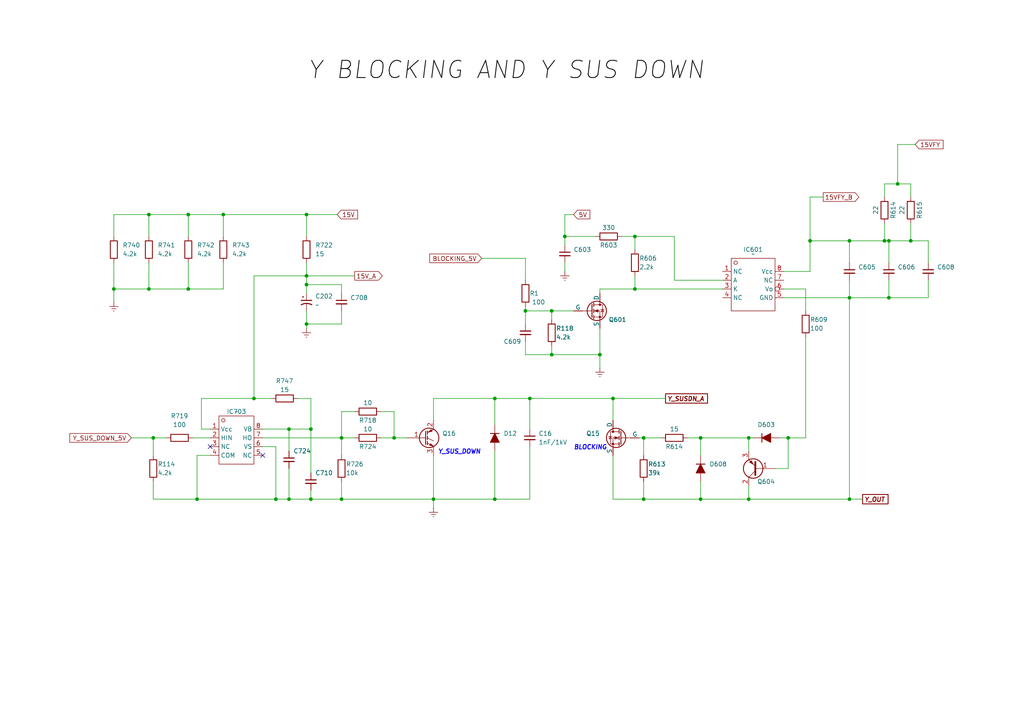
<source format=kicad_sch>
(kicad_sch (version 20231120) (generator "eeschema") (generator_version "8.0")
  (paper "A4")
  (title_block (title "Y BOARD LG PLASMA TV PANEL") (date "2025-03-24") (rev "1.0") (comment 1 "Author: Fábio Pereira da Silva") (comment 2 "Y_BLOCKING | Y_SUS_DOWN"))
  (lib_symbols
    (symbol "Device:C_Polarized_Small_US" (pin_numbers hide) (pin_names (offset 0.254) hide)
      (property "Reference" "C" (at 0.254 1.778 0))
      (property "Value" "C_Polarized_Small_US" (at 0.254 -2.032 0))
      (symbol "C_Polarized_Small_US_0_1"
        (polyline (pts (xy -1.524 0.508) (xy 1.524 0.508)) (stroke (width 0.3048)))
        (polyline (pts (xy -1.27 1.524) (xy -0.762 1.524)))
        (polyline (pts (xy -1.016 1.27) (xy -1.016 1.778)))
        (arc (start 1.524 -0.762) (mid 0 -0.3734) (end -1.524 -0.762) (stroke (width 0.3048)))
      )
      (symbol "C_Polarized_Small_US_1_1"
        (pin passive line (at 0 2.54 270) (length 2.032) (name "~") (number "1"))
        (pin passive line (at 0 -2.54 90) (length 2.032) (name "~") (number "2"))
      )
    )
    (symbol "Device:C_Small" (pin_numbers hide) (pin_names (offset 0.254) hide)
      (property "Reference" "C" (at 0.254 1.778 0))
      (property "Value" "C_Small" (at 0.254 -2.032 0))
      (symbol "C_Small_0_1"
        (polyline (pts (xy -1.524 -0.508) (xy 1.524 -0.508)) (stroke (width 0.3302)))
        (polyline (pts (xy -1.524 0.508) (xy 1.524 0.508)) (stroke (width 0.3048)))
      )
      (symbol "C_Small_1_1"
        (pin passive line (at 0 2.54 270) (length 2.032) (name "~") (number "1"))
        (pin passive line (at 0 -2.54 90) (length 2.032) (name "~") (number "2"))
      )
    )
    (symbol "Device:D_Filled" (pin_numbers hide) (pin_names (offset 1.016) hide)
      (property "Reference" "D" (at 0 2.54 0))
      (property "Value" "D_Filled" (at 0 -2.54 0))
      (symbol "D_Filled_0_1"
        (polyline (pts (xy -1.27 1.27) (xy -1.27 -1.27)) (stroke (width 0.254)))
        (polyline (pts (xy 1.27 0) (xy -1.27 0)))
        (polyline (pts (xy 1.27 1.27) (xy 1.27 -1.27) (xy -1.27 0) (xy 1.27 1.27)) (stroke (width 0.254)) (fill (type outline)))
      )
      (symbol "D_Filled_1_1"
        (pin passive line (at -3.81 0 0) (length 2.54) (name "K") (number "1"))
        (pin passive line (at 3.81 0 180) (length 2.54) (name "A") (number "2"))
      )
    )
    (symbol "Device:Q_NIGBT_GCE" (pin_names (offset 0) hide)
      (property "Reference" "Q" (at 5.08 1.27 0))
      (property "Value" "Q_NIGBT_GCE" (at 5.08 -1.27 0))
      (symbol "Q_NIGBT_GCE_0_1"
        (polyline (pts (xy 0.762 -1.016) (xy 0.762 -2.032)) (stroke (width 0.254)))
        (polyline (pts (xy 0.762 0.508) (xy 0.762 -0.508)) (stroke (width 0.254)))
        (polyline (pts (xy 0.762 2.032) (xy 0.762 1.016)) (stroke (width 0.254)))
        (polyline (pts (xy 2.54 -2.413) (xy 0.762 -1.524)))
        (polyline (pts (xy 2.54 -0.889) (xy 0.762 0)))
        (polyline (pts (xy 2.54 2.413) (xy 0.762 1.524)))
        (polyline (pts (xy 0.254 1.905) (xy 0.254 -1.905) (xy 0.254 -1.905)) (stroke (width 0.254)))
        (polyline (pts (xy 1.397 -2.159) (xy 1.651 -1.651) (xy 2.54 -2.413) (xy 1.397 -2.159)) (fill (type outline)))
        (polyline (pts (xy 2.159 1.905) (xy 1.905 2.413) (xy 1.016 1.651) (xy 2.159 1.905)) (fill (type outline)))
        (circle (center 1.27 0) (radius 2.8194) (stroke (width 0.254)))
      )
      (symbol "Q_NIGBT_GCE_1_1"
        (pin input line (at -5.08 0 0) (length 5.334) (name "G") (number "1"))
        (pin passive line (at 2.54 5.08 270) (length 2.54) (name "C") (number "2"))
        (pin passive line (at 2.54 -5.08 90) (length 2.54) (name "E") (number "3"))
      )
    )
    (symbol "Device:Q_PNP_BCE" (pin_names (offset 0) hide)
      (property "Reference" "Q" (at 5.08 1.27 0))
      (property "Value" "Q_PNP_BCE" (at 5.08 -1.27 0))
      (symbol "Q_PNP_BCE_0_1"
        (polyline (pts (xy 0.635 0.635) (xy 2.54 2.54)))
        (polyline (pts (xy 0.635 -0.635) (xy 2.54 -2.54) (xy 2.54 -2.54)))
        (polyline (pts (xy 0.635 1.905) (xy 0.635 -1.905) (xy 0.635 -1.905)) (stroke (width 0.508)))
        (polyline (pts (xy 2.286 -1.778) (xy 1.778 -2.286) (xy 1.27 -1.27) (xy 2.286 -1.778) (xy 2.286 -1.778)) (fill (type outline)))
        (circle (center 1.27 0) (radius 2.8194) (stroke (width 0.254)))
      )
      (symbol "Q_PNP_BCE_1_1"
        (pin input line (at -5.08 0 0) (length 5.715) (name "B") (number "1"))
        (pin passive line (at 2.54 5.08 270) (length 2.54) (name "C") (number "2"))
        (pin passive line (at 2.54 -5.08 90) (length 2.54) (name "E") (number "3"))
      )
    )
    (symbol "Device:R" (pin_numbers hide) (pin_names (offset 0))
      (property "Reference" "R" (at 2.032 0 90))
      (property "Value" "R" (at 0 0 90))
      (symbol "R_0_1"
        (rectangle (start -1.016 -2.54) (end 1.016 2.54) (stroke (width 0.254)))
      )
      (symbol "R_1_1"
        (pin passive line (at 0 3.81 270) (length 1.27) (name "~") (number "1"))
        (pin passive line (at 0 -3.81 90) (length 1.27) (name "~") (number "2"))
      )
    )
    (symbol "Simulation_SPICE:NMOS" (pin_numbers hide) (pin_names (offset 0))
      (property "Reference" "Q" (at 5.08 1.27 0))
      (property "Value" "NMOS" (at 5.08 -1.27 0))
      (symbol "NMOS_0_1"
        (polyline (pts (xy 0.254 0) (xy -2.54 0)))
        (polyline (pts (xy 0.254 1.905) (xy 0.254 -1.905)) (stroke (width 0.254)))
        (polyline (pts (xy 0.762 -1.27) (xy 0.762 -2.286)) (stroke (width 0.254)))
        (polyline (pts (xy 0.762 0.508) (xy 0.762 -0.508)) (stroke (width 0.254)))
        (polyline (pts (xy 0.762 2.286) (xy 0.762 1.27)) (stroke (width 0.254)))
        (polyline (pts (xy 2.54 2.54) (xy 2.54 1.778)))
        (polyline (pts (xy 2.54 -2.54) (xy 2.54 0) (xy 0.762 0)))
        (polyline (pts (xy 0.762 -1.778) (xy 3.302 -1.778) (xy 3.302 1.778) (xy 0.762 1.778)))
        (polyline (pts (xy 1.016 0) (xy 2.032 0.381) (xy 2.032 -0.381) (xy 1.016 0)) (fill (type outline)))
        (polyline (pts (xy 2.794 0.508) (xy 2.921 0.381) (xy 3.683 0.381) (xy 3.81 0.254)))
        (polyline (pts (xy 3.302 0.381) (xy 2.921 -0.254) (xy 3.683 -0.254) (xy 3.302 0.381)))
        (circle (center 1.651 0) (radius 2.794) (stroke (width 0.254)))
        (circle (center 2.54 -1.778) (radius 0.254) (fill (type outline)))
        (circle (center 2.54 1.778) (radius 0.254) (fill (type outline)))
      )
      (symbol "NMOS_1_1"
        (pin passive line (at 2.54 5.08 270) (length 2.54) (name "D") (number "1"))
        (pin input line (at -5.08 0 0) (length 2.54) (name "G") (number "2"))
        (pin passive line (at 2.54 -5.08 90) (length 2.54) (name "S") (number "3"))
      )
    )
    (symbol "irf_s21850:3411918"
      (property "Reference" "U" (at 0 1.016 0))
      (symbol "3411918_0_1"
        (rectangle (start -6.35 0) (end 6.35 -15.24))
        (circle (center -5.08 -1.27) (radius 0.5))
      )
      (symbol "3411918_1_1"
        (pin free line (at -8.89 -3.81 0) (length 2.54) (name "NC") (number "1"))
        (pin passive line (at -8.89 -6.35 0) (length 2.54) (name "A") (number "2"))
        (pin passive line (at -8.89 -8.89 0) (length 2.54) (name "K") (number "3"))
        (pin free line (at -8.89 -11.43 0) (length 2.54) (name "NC") (number "4"))
        (pin power_in line (at 8.89 -11.43 180) (length 2.54) (name "GND") (number "5"))
        (pin passive inverted (at 8.89 -8.89 180) (length 2.54) (name "Vo") (number "6"))
        (pin free line (at 8.89 -6.35 180) (length 2.54) (name "NC") (number "7"))
        (pin power_in line (at 8.89 -3.81 180) (length 2.54) (name "Vcc") (number "8"))
      )
    )
    (symbol "irf_s21850:S21850"
      (property "Reference" "U" (at 0 0.762 0))
      (symbol "S21850_0_1"
        (rectangle (start -5.08 0) (end 5.08 -13.97))
        (circle (center -3.81 -1.27) (radius 0.5))
      )
      (symbol "S21850_1_1"
        (pin power_in line (at -7.62 -3.81 0) (length 2.54) (name "Vcc") (number "1"))
        (pin input line (at -7.62 -6.35 0) (length 2.54) (name "HIN") (number "2"))
        (pin free line (at -7.62 -8.89 0) (length 2.54) (name "NC") (number "3"))
        (pin input line (at -7.62 -11.43 0) (length 2.54) (name "COM") (number "4"))
        (pin free line (at 7.62 -11.43 180) (length 2.54) (name "NC") (number "5"))
        (pin power_in line (at 7.62 -8.89 180) (length 2.54) (name "VS") (number "6"))
        (pin output line (at 7.62 -6.35 180) (length 2.54) (name "HO") (number "7"))
        (pin input line (at 7.62 -3.81 180) (length 2.54) (name "VB") (number "8"))
      )
    )
    (symbol "power:Earth" (power) (pin_numbers hide) (pin_names (offset 0) hide)
      (property "Value" "Earth" (at 0 -3.81 0))
      (symbol "Earth_0_1"
        (polyline (pts (xy -0.635 -1.905) (xy 0.635 -1.905)))
        (polyline (pts (xy -0.127 -2.54) (xy 0.127 -2.54)))
        (polyline (pts (xy 0 -1.27) (xy 0 0)))
        (polyline (pts (xy 1.27 -1.27) (xy -1.27 -1.27)))
      )
      (symbol "Earth_1_1"
        (pin power_in line (at 0 0 270) (length 0) (name "~") (number "1"))
      )
    )
  )
  (junction (at 90.17 144.78))
  (junction (at 163.83 68.58))
  (junction (at 143.51 144.78))
  (junction (at 257.81 86.36))
  (junction (at 125.73 144.78))
  (junction (at 203.2 127))
  (junction (at 228.6 127))
  (junction (at 186.69 127))
  (junction (at 44.45 127))
  (junction (at 217.17 127))
  (junction (at 83.82 124.46))
  (junction (at 153.67 115.57))
  (junction (at 57.15 144.78))
  (junction (at 88.9 62.23))
  (junction (at 160.02 102.87))
  (junction (at 90.17 124.46))
  (junction (at 64.77 62.23))
  (junction (at 43.18 83.82))
  (junction (at 43.18 62.23))
  (junction (at 99.06 144.78))
  (junction (at 160.02 90.17))
  (junction (at 257.81 69.85))
  (junction (at 143.51 115.57))
  (junction (at 234.95 69.85))
  (junction (at 152.4 90.17))
  (junction (at 246.38 144.78))
  (junction (at 256.54 69.85))
  (junction (at 80.01 144.78))
  (junction (at 264.16 69.85))
  (junction (at 184.15 83.82))
  (junction (at 88.9 93.98))
  (junction (at 99.06 127))
  (junction (at 54.61 62.23))
  (junction (at 246.38 86.36))
  (junction (at 217.17 144.78))
  (junction (at 260.35 53.34))
  (junction (at 114.3 127))
  (junction (at 184.15 68.58))
  (junction (at 73.66 115.57))
  (junction (at 88.9 80.01))
  (junction (at 186.69 144.78))
  (junction (at 177.8 115.57))
  (junction (at 203.2 144.78))
  (junction (at 83.82 144.78))
  (junction (at 88.9 82.55))
  (junction (at 173.99 102.87))
  (junction (at 54.61 83.82))
  (junction (at 33.02 83.82))
  (junction (at 246.38 69.85))
  (no_connect (at 76.2 132.08))
  (no_connect (at 60.96 129.54))
  (wire (pts (xy 203.2 132.08) (xy 203.2 127)))
  (wire (pts (xy 43.18 83.82) (xy 33.02 83.82)))
  (wire (pts (xy 166.37 62.23) (xy 163.83 62.23)))
  (wire (pts (xy 99.06 85.09) (xy 99.06 82.55)))
  (wire (pts (xy 257.81 86.36) (xy 269.24 86.36)))
  (wire (pts (xy 90.17 124.46) (xy 90.17 115.57)))
  (wire (pts (xy 125.73 115.57) (xy 143.51 115.57)))
  (wire (pts (xy 152.4 90.17) (xy 152.4 88.9)))
  (wire (pts (xy 54.61 76.2) (xy 54.61 83.82)))
  (wire (pts (xy 33.02 62.23) (xy 33.02 68.58)))
  (wire (pts (xy 125.73 121.92) (xy 125.73 115.57)))
  (wire (pts (xy 264.16 57.15) (xy 264.16 53.34)))
  (wire (pts (xy 177.8 144.78) (xy 186.69 144.78)))
  (wire (pts (xy 83.82 144.78) (xy 90.17 144.78)))
  (wire (pts (xy 246.38 76.2) (xy 246.38 69.85)))
  (wire (pts (xy 143.51 130.81) (xy 143.51 144.78)))
  (wire (pts (xy 43.18 62.23) (xy 54.61 62.23)))
  (wire (pts (xy 184.15 68.58) (xy 184.15 72.39)))
  (wire (pts (xy 186.69 144.78) (xy 203.2 144.78)))
  (wire (pts (xy 76.2 127) (xy 99.06 127)))
  (wire (pts (xy 58.42 115.57) (xy 73.66 115.57)))
  (wire (pts (xy 166.37 90.17) (xy 160.02 90.17)))
  (wire (pts (xy 55.88 127) (xy 60.96 127)))
  (wire (pts (xy 60.96 132.08) (xy 57.15 132.08)))
  (wire (pts (xy 234.95 57.15) (xy 234.95 69.85)))
  (wire (pts (xy 152.4 74.93) (xy 139.7 74.93)))
  (wire (pts (xy 257.81 69.85) (xy 257.81 76.2)))
  (wire (pts (xy 228.6 127) (xy 228.6 135.89)))
  (wire (pts (xy 76.2 129.54) (xy 80.01 129.54)))
  (wire (pts (xy 260.35 53.34) (xy 260.35 41.91)))
  (wire (pts (xy 173.99 95.25) (xy 173.99 102.87)))
  (wire (pts (xy 33.02 76.2) (xy 33.02 83.82)))
  (wire (pts (xy 234.95 78.74) (xy 234.95 69.85)))
  (wire (pts (xy 233.68 97.79) (xy 233.68 127)))
  (wire (pts (xy 269.24 69.85) (xy 264.16 69.85)))
  (wire (pts (xy 143.51 115.57) (xy 153.67 115.57)))
  (wire (pts (xy 86.36 115.57) (xy 90.17 115.57)))
  (wire (pts (xy 246.38 86.36) (xy 257.81 86.36)))
  (wire (pts (xy 73.66 115.57) (xy 78.74 115.57)))
  (wire (pts (xy 73.66 80.01) (xy 73.66 115.57)))
  (wire (pts (xy 246.38 86.36) (xy 246.38 144.78)))
  (wire (pts (xy 44.45 144.78) (xy 44.45 139.7)))
  (wire (pts (xy 195.58 68.58) (xy 195.58 81.28)))
  (wire (pts (xy 99.06 144.78) (xy 125.73 144.78)))
  (wire (pts (xy 110.49 119.38) (xy 114.3 119.38)))
  (wire (pts (xy 88.9 93.98) (xy 99.06 93.98)))
  (wire (pts (xy 88.9 82.55) (xy 88.9 85.09)))
  (wire (pts (xy 203.2 127) (xy 199.39 127)))
  (wire (pts (xy 227.33 86.36) (xy 246.38 86.36)))
  (wire (pts (xy 246.38 144.78) (xy 250.19 144.78)))
  (wire (pts (xy 58.42 124.46) (xy 58.42 115.57)))
  (wire (pts (xy 264.16 53.34) (xy 260.35 53.34)))
  (wire (pts (xy 184.15 80.01) (xy 184.15 83.82)))
  (wire (pts (xy 88.9 76.2) (xy 88.9 80.01)))
  (wire (pts (xy 54.61 83.82) (xy 43.18 83.82)))
  (wire (pts (xy 160.02 90.17) (xy 160.02 92.71)))
  (wire (pts (xy 228.6 135.89) (xy 224.79 135.89)))
  (wire (pts (xy 90.17 142.24) (xy 90.17 144.78)))
  (wire (pts (xy 43.18 62.23) (xy 33.02 62.23)))
  (wire (pts (xy 233.68 127) (xy 228.6 127)))
  (wire (pts (xy 57.15 144.78) (xy 80.01 144.78)))
  (wire (pts (xy 43.18 62.23) (xy 43.18 68.58)))
  (wire (pts (xy 173.99 102.87) (xy 173.99 106.68)))
  (wire (pts (xy 203.2 144.78) (xy 217.17 144.78)))
  (wire (pts (xy 33.02 83.82) (xy 33.02 87.63)))
  (wire (pts (xy 186.69 139.7) (xy 186.69 144.78)))
  (wire (pts (xy 186.69 132.08) (xy 186.69 127)))
  (wire (pts (xy 227.33 78.74) (xy 234.95 78.74)))
  (wire (pts (xy 217.17 127) (xy 217.17 130.81)))
  (wire (pts (xy 203.2 127) (xy 217.17 127)))
  (wire (pts (xy 38.1 127) (xy 44.45 127)))
  (wire (pts (xy 88.9 80.01) (xy 102.87 80.01)))
  (wire (pts (xy 184.15 68.58) (xy 195.58 68.58)))
  (wire (pts (xy 64.77 76.2) (xy 64.77 83.82)))
  (wire (pts (xy 76.2 124.46) (xy 83.82 124.46)))
  (wire (pts (xy 88.9 93.98) (xy 88.9 95.25)))
  (wire (pts (xy 256.54 69.85) (xy 256.54 64.77)))
  (wire (pts (xy 110.49 127) (xy 114.3 127)))
  (wire (pts (xy 114.3 119.38) (xy 114.3 127)))
  (wire (pts (xy 57.15 132.08) (xy 57.15 144.78)))
  (wire (pts (xy 193.04 115.57) (xy 177.8 115.57)))
  (wire (pts (xy 99.06 90.17) (xy 99.06 93.98)))
  (wire (pts (xy 80.01 129.54) (xy 80.01 144.78)))
  (wire (pts (xy 184.15 83.82) (xy 173.99 83.82)))
  (wire (pts (xy 217.17 127) (xy 218.44 127)))
  (wire (pts (xy 152.4 102.87) (xy 160.02 102.87)))
  (wire (pts (xy 88.9 80.01) (xy 88.9 82.55)))
  (wire (pts (xy 83.82 124.46) (xy 83.82 130.81)))
  (wire (pts (xy 64.77 62.23) (xy 64.77 68.58)))
  (wire (pts (xy 99.06 139.7) (xy 99.06 144.78)))
  (wire (pts (xy 260.35 41.91) (xy 265.43 41.91)))
  (wire (pts (xy 173.99 83.82) (xy 173.99 85.09)))
  (wire (pts (xy 256.54 53.34) (xy 256.54 57.15)))
  (wire (pts (xy 234.95 69.85) (xy 246.38 69.85)))
  (wire (pts (xy 153.67 115.57) (xy 177.8 115.57)))
  (wire (pts (xy 163.83 68.58) (xy 163.83 71.12)))
  (wire (pts (xy 99.06 82.55) (xy 88.9 82.55)))
  (wire (pts (xy 73.66 80.01) (xy 88.9 80.01)))
  (wire (pts (xy 209.55 83.82) (xy 184.15 83.82)))
  (wire (pts (xy 269.24 76.2) (xy 269.24 69.85)))
  (wire (pts (xy 44.45 127) (xy 44.45 132.08)))
  (wire (pts (xy 160.02 102.87) (xy 173.99 102.87)))
  (wire (pts (xy 152.4 81.28) (xy 152.4 74.93)))
  (wire (pts (xy 160.02 90.17) (xy 152.4 90.17)))
  (wire (pts (xy 163.83 76.2) (xy 163.83 78.74)))
  (wire (pts (xy 88.9 62.23) (xy 97.79 62.23)))
  (wire (pts (xy 99.06 127) (xy 102.87 127)))
  (wire (pts (xy 57.15 144.78) (xy 44.45 144.78)))
  (wire (pts (xy 54.61 62.23) (xy 64.77 62.23)))
  (wire (pts (xy 233.68 90.17) (xy 233.68 83.82)))
  (wire (pts (xy 177.8 115.57) (xy 177.8 121.92)))
  (wire (pts (xy 186.69 127) (xy 185.42 127)))
  (wire (pts (xy 125.73 132.08) (xy 125.73 144.78)))
  (wire (pts (xy 60.96 124.46) (xy 58.42 124.46)))
  (wire (pts (xy 80.01 144.78) (xy 83.82 144.78)))
  (wire (pts (xy 90.17 137.16) (xy 90.17 124.46)))
  (wire (pts (xy 64.77 83.82) (xy 54.61 83.82)))
  (wire (pts (xy 177.8 132.08) (xy 177.8 144.78)))
  (wire (pts (xy 217.17 140.97) (xy 217.17 144.78)))
  (wire (pts (xy 54.61 68.58) (xy 54.61 62.23)))
  (wire (pts (xy 99.06 127) (xy 99.06 132.08)))
  (wire (pts (xy 257.81 81.28) (xy 257.81 86.36)))
  (wire (pts (xy 264.16 64.77) (xy 264.16 69.85)))
  (wire (pts (xy 83.82 124.46) (xy 90.17 124.46)))
  (wire (pts (xy 64.77 62.23) (xy 88.9 62.23)))
  (wire (pts (xy 203.2 139.7) (xy 203.2 144.78)))
  (wire (pts (xy 83.82 135.89) (xy 83.82 144.78)))
  (wire (pts (xy 43.18 76.2) (xy 43.18 83.82)))
  (wire (pts (xy 180.34 68.58) (xy 184.15 68.58)))
  (wire (pts (xy 269.24 86.36) (xy 269.24 81.28)))
  (wire (pts (xy 125.73 144.78) (xy 125.73 147.32)))
  (wire (pts (xy 153.67 115.57) (xy 153.67 124.46)))
  (wire (pts (xy 99.06 119.38) (xy 99.06 127)))
  (wire (pts (xy 233.68 83.82) (xy 227.33 83.82)))
  (wire (pts (xy 143.51 144.78) (xy 125.73 144.78)))
  (wire (pts (xy 257.81 69.85) (xy 256.54 69.85)))
  (wire (pts (xy 226.06 127) (xy 228.6 127)))
  (wire (pts (xy 163.83 62.23) (xy 163.83 68.58)))
  (wire (pts (xy 152.4 90.17) (xy 152.4 93.98)))
  (wire (pts (xy 246.38 69.85) (xy 256.54 69.85)))
  (wire (pts (xy 260.35 53.34) (xy 256.54 53.34)))
  (wire (pts (xy 153.67 144.78) (xy 143.51 144.78)))
  (wire (pts (xy 160.02 100.33) (xy 160.02 102.87)))
  (wire (pts (xy 246.38 81.28) (xy 246.38 86.36)))
  (wire (pts (xy 143.51 115.57) (xy 143.51 123.19)))
  (wire (pts (xy 153.67 129.54) (xy 153.67 144.78)))
  (wire (pts (xy 238.76 57.15) (xy 234.95 57.15)))
  (wire (pts (xy 48.26 127) (xy 44.45 127)))
  (wire (pts (xy 152.4 99.06) (xy 152.4 102.87)))
  (wire (pts (xy 191.77 127) (xy 186.69 127)))
  (wire (pts (xy 195.58 81.28) (xy 209.55 81.28)))
  (wire (pts (xy 88.9 90.17) (xy 88.9 93.98)))
  (wire (pts (xy 114.3 127) (xy 118.11 127)))
  (wire (pts (xy 88.9 62.23) (xy 88.9 68.58)))
  (wire (pts (xy 264.16 69.85) (xy 257.81 69.85)))
  (wire (pts (xy 163.83 68.58) (xy 172.72 68.58)))
  (wire (pts (xy 90.17 144.78) (xy 99.06 144.78)))
  (wire (pts (xy 102.87 119.38) (xy 99.06 119.38)))
  (wire (pts (xy 217.17 144.78) (xy 246.38 144.78)))
  (label "Y_SUS_DOWN" (at 127 132.08 0) (effects (font (thickness 0.254) (bold yes) (italic yes))))
  (label "Y BLOCKING AND Y SUS DOWN" (at 204.47 24.13 180) (effects (font (size 5 5) (thickness 0.254) (bold yes) (italic yes))))
  (label "BLOCKING" (at 166.37 130.81 0) (effects (font (thickness 0.254) (bold yes) (italic yes))))
  (global_label "15VFY_B" (shape output) (at 238.76 57.15 0) (property "Intersheetrefs" "${INTERSHEET_REFS}" (effects (hide yes))))
  (global_label "15V_A" (shape output) (at 102.87 80.01 0) (property "Intersheetrefs" "${INTERSHEET_REFS}" (effects (hide yes))))
  (global_label "15V" (shape input) (at 97.79 62.23 0) (property "Intersheetrefs" "${INTERSHEET_REFS}" (effects (hide yes))))
  (global_label "Y_SUSDN_A" (shape passive) (at 193.04 115.57 0) (effects (font (thickness 0.254) (bold yes) (italic yes))) (property "Intersheetrefs" "${INTERSHEET_REFS}" (effects (hide yes))))
  (global_label "5V" (shape input) (at 166.37 62.23 0) (property "Intersheetrefs" "${INTERSHEET_REFS}" (effects (hide yes))))
  (global_label "BLOCKING_5V" (shape input) (at 139.7 74.93 180) (property "Intersheetrefs" "${INTERSHEET_REFS}" (effects (hide yes))))
  (global_label "15VFY" (shape input) (at 265.43 41.91 0) (property "Intersheetrefs" "${INTERSHEET_REFS}" (effects (hide yes))))
  (global_label "Y_OUT" (shape passive) (at 250.19 144.78 0) (effects (font (thickness 0.254) (bold yes) (italic yes))) (property "Intersheetrefs" "${INTERSHEET_REFS}" (effects (hide yes))))
  (global_label "Y_SUS_DOWN_5V" (shape input) (at 38.1 127 180) (property "Intersheetrefs" "${INTERSHEET_REFS}" (effects (hide yes))))
  (symbol (lib_id "Simulation_SPICE:NMOS") (at 180.34 127 0) (mirror y) (unit 1)
    (property "Reference" "Q15" (at 173.99 125.7299 0) (effects (justify left)))
    (property "Value" "NMOS" (effects (hide yes)))
    (property "Datasheet" "https://ngspice.sourceforge.io/docs/ngspice-html-manual/manual.xhtml#cha_MOSFETs" (effects (hide yes)))
    (property "Description" "N-MOSFET transistor, drain/source/gate" (effects (hide yes)))
    (property "Sim.Device" "NMOS" (effects (hide yes)))
    (property "Sim.Type" "VDMOS" (effects (hide yes)))
    (property "Sim.Pins" "1=D 2=G 3=S" (effects (hide yes)))
  )
  (symbol (lib_id "Device:C_Small") (at 163.83 73.66 0) (unit 1)
    (property "Reference" "C603" (at 166.37 72.3962 0) (effects (justify left)))
    (property "Value" "C_Small" (effects (hide yes)))
    (property "Description" "Unpolarized capacitor, small symbol" (effects (hide yes)))
  )
  (symbol (lib_id "Device:C_Small") (at 83.82 133.35 0) (unit 1)
    (property "Reference" "C724" (at 85.09 130.81 0) (effects (justify left)))
    (property "Value" "C_Small" (effects (hide yes)))
    (property "Description" "Unpolarized capacitor, small symbol" (effects (hide yes)))
  )
  (symbol (lib_id "Device:R") (at 264.16 60.96 0) (unit 1)
    (property "Reference" "R615" (at 266.7 60.96 90))
    (property "Value" "22" (at 261.62 60.96 90))
    (property "Description" "Resistor" (effects (hide yes)))
  )
  (symbol (lib_id "Device:R") (at 176.53 68.58 270) (unit 1)
    (property "Reference" "R603" (at 176.53 71.12 90))
    (property "Value" "330" (at 176.53 66.04 90))
    (property "Description" "Resistor" (effects (hide yes)))
  )
  (symbol (lib_id "Device:R") (at 152.4 85.09 0) (unit 1)
    (property "Reference" "R1" (at 154.94 85.09 0))
    (property "Value" "100" (at 156.21 87.63 0))
    (property "Description" "Resistor" (effects (hide yes)))
  )
  (symbol (lib_id "Device:R") (at 54.61 72.39 0) (unit 1)
    (property "Reference" "R742" (at 57.15 71.1199 0) (effects (justify left)))
    (property "Value" "4.2k" (at 57.15 73.6599 0) (effects (justify left)))
    (property "Description" "Resistor" (effects (hide yes)))
  )
  (symbol (lib_id "Device:R") (at 184.15 76.2 0) (unit 1)
    (property "Reference" "R606" (at 185.42 74.93 0) (effects (justify left)))
    (property "Value" "2.2k" (at 185.42 77.47 0) (effects (justify left)))
    (property "Description" "Resistor" (effects (hide yes)))
  )
  (symbol (lib_id "Simulation_SPICE:NMOS") (at 171.45 90.17 0) (unit 1)
    (property "Reference" "Q601" (at 176.53 92.71 0) (effects (justify left)))
    (property "Value" "NMOS" (effects (hide yes)))
    (property "Datasheet" "https://ngspice.sourceforge.io/docs/ngspice-html-manual/manual.xhtml#cha_MOSFETs" (effects (hide yes)))
    (property "Description" "N-MOSFET transistor, drain/source/gate" (effects (hide yes)))
    (property "Sim.Device" "NMOS" (effects (hide yes)))
    (property "Sim.Type" "VDMOS" (effects (hide yes)))
    (property "Sim.Pins" "1=D 2=G 3=S" (effects (hide yes)))
  )
  (symbol (lib_id "Device:R") (at 106.68 119.38 270) (unit 1)
    (property "Reference" "R718" (at 106.68 121.92 90))
    (property "Value" "10" (at 106.68 116.84 90))
    (property "Description" "Resistor" (effects (hide yes)))
  )
  (symbol (lib_id "Device:C_Small") (at 257.81 78.74 0) (unit 1)
    (property "Reference" "C606" (at 260.35 77.4762 0) (effects (justify left)))
    (property "Value" "C_Small" (effects (hide yes)))
    (property "Description" "Unpolarized capacitor, small symbol" (effects (hide yes)))
  )
  (symbol (lib_id "Device:R") (at 82.55 115.57 90) (unit 1)
    (property "Reference" "R747" (at 82.55 110.49 90))
    (property "Value" "15" (at 82.55 113.03 90))
    (property "Description" "Resistor" (effects (hide yes)))
  )
  (symbol (lib_id "Device:R") (at 195.58 127 270) (unit 1)
    (property "Reference" "R614" (at 195.58 129.54 90))
    (property "Value" "15" (at 195.58 124.46 90))
    (property "Description" "Resistor" (effects (hide yes)))
  )
  (symbol (lib_id "power:Earth") (at 88.9 95.25 0) (unit 1)
    (property "Reference" "#PWR4" (effects (hide yes)))
    (property "Value" "Earth" (effects (hide yes)))
    (property "Description" "Power symbol creates a global label with name \"Earth\"" (effects (hide yes)))
  )
  (symbol (lib_id "Device:R") (at 186.69 135.89 0) (unit 1)
    (property "Reference" "R613" (at 187.96 134.62 0) (effects (justify left)))
    (property "Value" "39k" (at 187.96 137.16 0) (effects (justify left)))
    (property "Description" "Resistor" (effects (hide yes)))
  )
  (symbol (lib_id "Device:D_Filled") (at 222.25 127 0) (mirror x) (unit 1)
    (property "Reference" "D603" (at 222.25 123.19 0))
    (property "Value" "D_Filled" (effects (hide yes)))
    (property "Description" "Diode, filled shape" (effects (hide yes)))
    (property "Sim.Device" "D" (effects (hide yes)))
    (property "Sim.Pins" "1=K 2=A" (effects (hide yes)))
  )
  (symbol (lib_id "Device:R") (at 43.18 72.39 0) (unit 1)
    (property "Reference" "R741" (at 45.72 71.1199 0) (effects (justify left)))
    (property "Value" "4.2k" (at 45.72 73.6599 0) (effects (justify left)))
    (property "Description" "Resistor" (effects (hide yes)))
  )
  (symbol (lib_id "Device:C_Small") (at 90.17 139.7 0) (unit 1)
    (property "Reference" "C710" (at 91.44 137.16 0) (effects (justify left)))
    (property "Value" "C_Small" (effects (hide yes)))
    (property "Description" "Unpolarized capacitor, small symbol" (effects (hide yes)))
  )
  (symbol (lib_id "Device:R") (at 33.02 72.39 0) (unit 1)
    (property "Reference" "R740" (at 35.56 71.1199 0) (effects (justify left)))
    (property "Value" "4.2k" (at 35.56 73.6599 0) (effects (justify left)))
    (property "Description" "Resistor" (effects (hide yes)))
  )
  (symbol (lib_id "power:Earth") (at 163.83 78.74 0) (unit 1)
    (property "Reference" "#PWR5" (effects (hide yes)))
    (property "Value" "Earth" (effects (hide yes)))
    (property "Description" "Power symbol creates a global label with name \"Earth\"" (effects (hide yes)))
  )
  (symbol (lib_id "Device:R") (at 233.68 93.98 0) (unit 1)
    (property "Reference" "R609" (at 234.95 92.71 0) (effects (justify left)))
    (property "Value" "100" (at 234.95 95.25 0) (effects (justify left)))
    (property "Description" "Resistor" (effects (hide yes)))
  )
  (symbol (lib_id "Device:R") (at 99.06 135.89 0) (unit 1)
    (property "Reference" "R726" (at 100.33 134.62 0) (effects (justify left)))
    (property "Value" "10k" (at 100.33 137.16 0) (effects (justify left)))
    (property "Description" "Resistor" (effects (hide yes)))
  )
  (symbol (lib_id "Device:C_Small") (at 269.24 78.74 0) (unit 1)
    (property "Reference" "C608" (at 271.78 77.4762 0) (effects (justify left)))
    (property "Value" "C_Small" (effects (hide yes)))
    (property "Description" "Unpolarized capacitor, small symbol" (effects (hide yes)))
  )
  (symbol (lib_id "Device:R") (at 52.07 127 90) (unit 1)
    (property "Reference" "R719" (at 52.07 120.65 90))
    (property "Value" "100" (at 52.07 123.19 90))
    (property "Description" "Resistor" (effects (hide yes)))
  )
  (symbol (lib_id "Device:R") (at 64.77 72.39 0) (unit 1)
    (property "Reference" "R743" (at 67.31 71.1199 0) (effects (justify left)))
    (property "Value" "4.2k" (at 67.31 73.6599 0) (effects (justify left)))
    (property "Description" "Resistor" (effects (hide yes)))
  )
  (symbol (lib_id "Device:C_Small") (at 152.4 96.52 0) (unit 1)
    (property "Reference" "C609" (at 146.05 99.06 0) (effects (justify left)))
    (property "Description" "Unpolarized capacitor, small symbol" (effects (hide yes)))
  )
  (symbol (lib_id "irf_s21850:3411918") (at 218.44 74.93 0) (unit 1)
    (property "Reference" "IC601" (at 218.44 72.39 0))
    (property "Value" "~" (at 218.44 73.66 0))
  )
  (symbol (lib_id "power:Earth") (at 33.02 87.63 0) (unit 1)
    (property "Reference" "#PWR3" (effects (hide yes)))
    (property "Value" "Earth" (effects (hide yes)))
    (property "Description" "Power symbol creates a global label with name \"Earth\"" (effects (hide yes)))
  )
  (symbol (lib_id "Device:D_Filled") (at 203.2 135.89 270) (unit 1)
    (property "Reference" "D608" (at 205.74 134.6199 90) (effects (justify left)))
    (property "Value" "D_Filled" (effects (hide yes)))
    (property "Description" "Diode, filled shape" (effects (hide yes)))
    (property "Sim.Device" "D" (effects (hide yes)))
    (property "Sim.Pins" "1=K 2=A" (effects (hide yes)))
  )
  (symbol (lib_id "Device:R") (at 88.9 72.39 0) (unit 1)
    (property "Reference" "R722" (at 91.44 71.1199 0) (effects (justify left)))
    (property "Value" "15" (at 91.44 73.6599 0) (effects (justify left)))
    (property "Description" "Resistor" (effects (hide yes)))
  )
  (symbol (lib_id "Device:R") (at 44.45 135.89 0) (unit 1)
    (property "Reference" "R114" (at 45.72 134.62 0) (effects (justify left)))
    (property "Value" "4.2k" (at 45.72 137.16 0) (effects (justify left)))
    (property "Description" "Resistor" (effects (hide yes)))
  )
  (symbol (lib_id "irf_s21850:S21850") (at 68.58 120.65 0) (unit 1)
    (property "Reference" "IC703" (at 68.58 119.38 0))
    (property "Value" "~" (at 68.58 119.38 0))
  )
  (symbol (lib_id "Device:Q_PNP_BCE") (at 219.71 135.89 180) (unit 1)
    (property "Reference" "Q604" (at 224.79 139.7 0) (effects (justify left)))
    (property "Value" "Q_PNP_BCE" (effects (hide yes)))
    (property "Description" "PNP transistor, base/collector/emitter" (effects (hide yes)))
  )
  (symbol (lib_id "power:Earth") (at 173.99 106.68 0) (unit 1)
    (property "Reference" "#PWR6" (effects (hide yes)))
    (property "Value" "Earth" (effects (hide yes)))
    (property "Description" "Power symbol creates a global label with name \"Earth\"" (effects (hide yes)))
  )
  (symbol (lib_id "Device:R") (at 160.02 96.52 0) (unit 1)
    (property "Reference" "R118" (at 161.29 95.25 0) (effects (justify left)))
    (property "Value" "4.2k" (at 161.29 97.79 0) (effects (justify left)))
    (property "Description" "Resistor" (effects (hide yes)))
  )
  (symbol (lib_id "Device:R") (at 106.68 127 270) (unit 1)
    (property "Reference" "R724" (at 106.68 129.54 90))
    (property "Value" "10" (at 106.68 124.46 90))
    (property "Description" "Resistor" (effects (hide yes)))
  )
  (symbol (lib_id "Device:C_Polarized_Small_US") (at 88.9 87.63 0) (unit 1)
    (property "Reference" "C202" (at 91.44 85.9281 0) (effects (justify left)))
    (property "Value" "~" (at 91.44 88.4681 0) (effects (justify left)))
    (property "Description" "Polarized capacitor, small US symbol" (effects (hide yes)))
  )
  (symbol (lib_id "power:Earth") (at 125.73 147.32 0) (unit 1)
    (property "Reference" "#PWR2" (effects (hide yes)))
    (property "Value" "Earth" (effects (hide yes)))
    (property "Description" "Power symbol creates a global label with name \"Earth\"" (effects (hide yes)))
  )
  (symbol (lib_id "Device:Q_NIGBT_GCE") (at 123.19 127 0) (unit 1)
    (property "Reference" "Q16" (at 128.27 125.7299 0) (effects (justify left)))
    (property "Value" "Q_NIGBT_GCE" (effects (hide yes)))
    (property "Description" "N-IGBT transistor, gate/collector/emitter" (effects (hide yes)))
  )
  (symbol (lib_id "Device:C_Small") (at 99.06 87.63 0) (unit 1)
    (property "Reference" "C708" (at 101.6 86.3662 0) (effects (justify left)))
    (property "Value" "C_Small" (effects (hide yes)))
    (property "Description" "Unpolarized capacitor, small symbol" (effects (hide yes)))
  )
  (symbol (lib_id "Device:R") (at 256.54 60.96 0) (unit 1)
    (property "Reference" "R614" (at 259.08 60.96 90))
    (property "Value" "22" (at 254 60.96 90))
    (property "Description" "Resistor" (effects (hide yes)))
  )
  (symbol (lib_id "Device:C_Small") (at 153.67 127 0) (unit 1)
    (property "Reference" "C16" (at 156.21 125.7362 0) (effects (justify left)))
    (property "Value" "1nF/1kV" (at 156.21 128.2762 0) (effects (justify left)))
    (property "Description" "Unpolarized capacitor, small symbol" (effects (hide yes)))
  )
  (symbol (lib_id "Device:D_Filled") (at 143.51 127 270) (unit 1)
    (property "Reference" "D12" (at 146.05 125.7299 90) (effects (justify left)))
    (property "Value" "D_Filled" (effects (hide yes)))
    (property "Description" "Diode, filled shape" (effects (hide yes)))
    (property "Sim.Device" "D" (effects (hide yes)))
    (property "Sim.Pins" "1=K 2=A" (effects (hide yes)))
  )
  (symbol (lib_id "Device:C_Small") (at 246.38 78.74 0) (unit 1)
    (property "Reference" "C605" (at 248.92 77.4762 0) (effects (justify left)))
    (property "Value" "C_Small" (effects (hide yes)))
    (property "Description" "Unpolarized capacitor, small symbol" (effects (hide yes)))
  )
)
</source>
